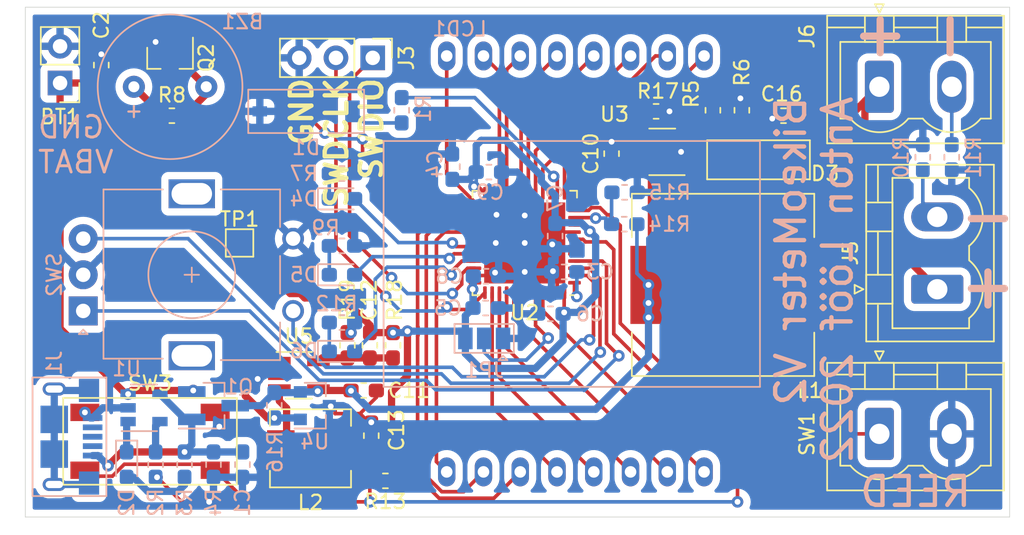
<source format=kicad_pcb>
(kicad_pcb (version 20211014) (generator pcbnew)
  (layers (0 "F.Cu" signal) (31 "B.Cu" signal) (34 "B.Paste" user) (35 "F.Paste" user) (36 "B.SilkS" user "B.Silkscreen") (37 "F.SilkS" user "F.Silkscreen") (38 "B.Mask" user) (39 "F.Mask" user) (44 "Edge.Cuts" user))
  (net 0 "")
  (net 1 "GND")
  (net 2 "vbat")
  (net 3 "Net-(BZ1-Pad2)")
  (net 4 "vcc")
  (net 5 "/vbus")
  (net 6 "/vbat_prot")
  (net 7 "/vcc_fb")
  (net 8 "led_v")
  (net 9 "Net-(D1-Pad1)")
  (net 10 "led0")
  (net 11 "Net-(D4-Pad1)")
  (net 12 "led1")
  (net 13 "Net-(D5-Pad1)")
  (net 14 "led2")
  (net 15 "Net-(D6-Pad1)")
  (net 16 "/swdclk")
  (net 17 "/swdio")
  (net 18 "/vcc_sw")
  (net 19 "lcd_a3")
  (net 20 "lcd_c2")
  (net 21 "lcd_b3")
  (net 22 "lcd_b2")
  (net 23 "lcd_c3")
  (net 24 "lcd_a2")
  (net 25 "lcd_d3")
  (net 26 "lcd_f2")
  (net 27 "lcd_e3")
  (net 28 "lcd_g2")
  (net 29 "lcd_g3")
  (net 30 "lcd_e2")
  (net 31 "lcd_f3")
  (net 32 "lcd_d2")
  (net 33 "lcd_1bc")
  (net 34 "lcd_com")
  (net 35 "beeper")
  (net 36 "photo_in")
  (net 37 "vbat_mon")
  (net 38 "/vcc_en")
  (net 39 "led_en")
  (net 40 "reed_sw")
  (net 41 "encoder_a")
  (net 42 "encoder_b")
  (net 43 "encoder_sw")
  (net 44 "/vled_sw")
  (net 45 "/v_led_fb")
  (net 46 "/led_front")
  (net 47 "/led_back")
  (net 48 "/boot0")
  (net 49 "/nrst")
  (net 50 "unconnected-(J1-Pad6)")
  (net 62 "/vlcd")
  (net 63 "/charge_ledr")
  (net 64 "/charge_stat")
  (net 65 "/charge_prog")
  (footprint "Connector_PinHeader_2.54mm:PinHeader_1x02_P2.54mm_Vertical" (layer "F.Cu") (at 114.4 75.74 180)
    (fp_text reference "BT1")
    (fp_text value "1 cell lipo")
  )
  (footprint "Capacitor_SMD:C_0603_1608Metric_Pad1.05x0.95mm_HandSolder" (layer "F.Cu") (at 117.25 74.5 90)
    (fp_text reference "C2")
    (fp_text value "4u7")
  )
  (footprint "Capacitor_SMD:C_0603_1608Metric_Pad1.05x0.95mm_HandSolder" (layer "F.Cu") (at 152.5 80.625 90)
    (fp_text reference "C10")
    (fp_text value "4u7")
  )
  (footprint "Capacitor_SMD:C_0603_1608Metric_Pad1.05x0.95mm_HandSolder" (layer "F.Cu") (at 135.375 97)
    (fp_text reference "C11")
    (fp_text value "22u")
  )
  (footprint "Capacitor_SMD:C_0603_1608Metric_Pad1.05x0.95mm_HandSolder" (layer "F.Cu") (at 135.8 93.875 -90)
    (fp_text reference "C12")
    (fp_text value "100n")
  )
  (footprint "Capacitor_SMD:C_0603_1608Metric_Pad1.05x0.95mm_HandSolder" (layer "F.Cu") (at 135.9 100.125 90)
    (fp_text reference "C13")
    (fp_text value "22u")
  )
  (footprint "Capacitor_SMD:C_0603_1608Metric_Pad1.05x0.95mm_HandSolder" (layer "F.Cu") (at 164.375 78 180)
    (fp_text reference "C16")
    (fp_text value "10u")
  )
  (footprint "good_things:SOD-106" (layer "F.Cu") (at 162.6 81 180)
    (fp_text reference "D3")
    (fp_text value "RSX301L")
  )
  (footprint "Connector_PinHeader_2.54mm:PinHeader_1x03_P2.54mm_Vertical" (layer "F.Cu") (at 136 74 -90)
    (fp_text reference "J3")
    (fp_text value "swd")
  )
  (footprint "Connector_Phoenix_MSTB:PhoenixContact_MSTBVA_2,5_2-G_1x02_P5.00mm_Vertical" (layer "F.Cu") (at 175 90 90)
    (fp_text reference "J5")
    (fp_text value "led_front")
  )
  (footprint "Connector_Phoenix_MSTB:PhoenixContact_MSTBVA_2,5_2-G_1x02_P5.00mm_Vertical" (layer "F.Cu") (at 171 76)
    (fp_text reference "J6")
    (fp_text value "led_back")
  )
  (footprint "Inductor_SMD:L_Wuerth_WE-PD-Typ-LS" (layer "F.Cu") (at 160.2 89.7)
    (fp_text reference "L1")
    (fp_text value "10u")
  )
  (footprint "Inductor_SMD:L_Sunlord_MWSA0518_5.4x5.2mm" (layer "F.Cu") (at 131.7 101)
    (fp_text reference "L2")
    (fp_text value "1u5")
  )
  (footprint "Package_TO_SOT_SMD:SOT-23" (layer "F.Cu") (at 122 74 -90)
    (fp_text reference "Q2")
    (fp_text value "2N7002")
  )
  (footprint "Resistor_SMD:R_0603_1608Metric_Pad1.05x0.95mm_HandSolder" (layer "F.Cu") (at 159.5 77.625 -90)
    (fp_text reference "R5")
    (fp_text value "330k")
  )
  (footprint "Resistor_SMD:R_0603_1608Metric_Pad1.05x0.95mm_HandSolder" (layer "F.Cu") (at 161.5 77.625 90)
    (fp_text reference "R6")
    (fp_text value "47k")
  )
  (footprint "Resistor_SMD:R_0603_1608Metric_Pad1.05x0.95mm_HandSolder" (layer "F.Cu") (at 122.125 78)
    (fp_text reference "R8")
    (fp_text value "1k")
  )
  (footprint "Resistor_SMD:R_0603_1608Metric_Pad1.05x0.95mm_HandSolder" (layer "F.Cu") (at 136.875 103.25 180)
    (fp_text reference "R13")
    (fp_text value "10k")
  )
  (footprint "Resistor_SMD:R_0603_1608Metric_Pad1.05x0.95mm_HandSolder" (layer "F.Cu") (at 155.575 77.7)
    (fp_text reference "R17")
    (fp_text value "1M")
  )
  (footprint "Resistor_SMD:R_0603_1608Metric_Pad1.05x0.95mm_HandSolder" (layer "F.Cu") (at 137.4 93.875 -90)
    (fp_text reference "R18")
    (fp_text value "330k")
  )
  (footprint "Resistor_SMD:R_0603_1608Metric_Pad1.05x0.95mm_HandSolder" (layer "F.Cu") (at 134.25 93.875 90)
    (fp_text reference "R19")
    (fp_text value "100k")
  )
  (footprint "Connector_Phoenix_MSTB:PhoenixContact_MSTBVA_2,5_2-G_1x02_P5.00mm_Vertical" (layer "F.Cu") (at 171 100)
    (fp_text reference "SW1")
    (fp_text value "SW_Reed")
  )
  (footprint "good_things:push_sw_purple" (layer "F.Cu") (at 120.615 100.515)
    (fp_text reference "SW3")
    (fp_text value "SW_Push")
  )
  (footprint "TestPoint:TestPoint_Pad_1.5x1.5mm" (layer "F.Cu") (at 126.8 86.8)
    (fp_text reference "TP1")
    (fp_text value "vcc")
  )
  (footprint "Package_TO_SOT_SMD:SOT-23-5_HandSoldering" (layer "F.Cu") (at 156 80.5 180)
    (fp_text reference "U3")
    (fp_text value "MIC2288YD5")
  )
  (footprint "Package_TO_SOT_SMD:SOT-23-5_HandSoldering" (layer "F.Cu") (at 130.9 95.95)
    (fp_text reference "U5")
    (fp_text value "RT8097AHGB")
  )
  (footprint "Package_DFN_QFN:QFN-48-1EP_7x7mm_P0.5mm_EP5.6x5.6mm" (layer "F.Cu") (at 146.5 86.8 180)
    (fp_text reference "U2")
    (fp_text value "STM32L063C8U6")
  )
  (footprint "good_things:buzzer_d14_p5" (layer "B.Cu") (at 122 76)
    (fp_text reference "BZ1")
    (fp_text value "PS1440P02BT")
  )
  (footprint "Capacitor_SMD:C_0603_1608Metric_Pad1.05x0.95mm_HandSolder" (layer "B.Cu") (at 127 102.125 -90)
    (fp_text reference "C1")
    (fp_text value "4u7")
  )
  (footprint "Capacitor_SMD:C_0603_1608Metric_Pad1.05x0.95mm_HandSolder" (layer "B.Cu") (at 141.5 81.525 90)
    (fp_text reference "C4")
    (fp_text value "1u")
  )
  (footprint "Capacitor_SMD:C_0603_1608Metric_Pad1.05x0.95mm_HandSolder" (layer "B.Cu") (at 143.8 91.3)
    (fp_text reference "C5")
    (fp_text value "100n")
  )
  (footprint "Capacitor_SMD:C_0603_1608Metric_Pad1.05x0.95mm_HandSolder" (layer "B.Cu") (at 148.275 91.7 180)
    (fp_text reference "C6")
    (fp_text value "100n")
  )
  (footprint "Capacitor_SMD:C_0603_1608Metric_Pad1.05x0.95mm_HandSolder" (layer "B.Cu") (at 148.6 86.325 -90)
    (fp_text reference "C7")
    (fp_text value "100n")
  )
  (footprint "Capacitor_SMD:C_0603_1608Metric_Pad1.05x0.95mm_HandSolder" (layer "B.Cu") (at 144.025 81.9)
    (fp_text reference "C9")
    (fp_text value "100n")
  )
  (footprint "good_things:sfh-2440-l" (layer "B.Cu") (at 131.4 77.7 -90)
    (fp_text reference "D1")
    (fp_text value "SFH 2440 L")
  )
  (footprint "LED_SMD:LED_0603_1608Metric_Pad1.05x0.95mm_HandSolder" (layer "B.Cu") (at 119 102.125 -90)
    (fp_text reference "D2")
    (fp_text value "green")
  )
  (footprint "LED_SMD:LED_0603_1608Metric_Pad1.05x0.95mm_HandSolder" (layer "B.Cu") (at 133.875 83.75)
    (fp_text reference "D4")
    (fp_text value "LED_Small")
  )
  (footprint "LED_SMD:LED_0603_1608Metric_Pad1.05x0.95mm_HandSolder" (layer "B.Cu") (at 133.875 89)
    (fp_text reference "D5")
    (fp_text value "LED_Small")
  )
  (footprint "LED_SMD:LED_0603_1608Metric_Pad1.05x0.95mm_HandSolder" (layer "B.Cu") (at 133.875 94.3)
    (fp_text reference "D6")
    (fp_text value "LED_Small")
  )
  (footprint "good_things:USB_MICRO_10118193-0001LF" (layer "B.Cu") (at 114 100.2 90)
    (fp_text reference "J1")
    (fp_text value "USB_B_Micro")
  )
  (footprint "Jumper:SolderJumper-3_P1.3mm_Open_Pad1.0x1.5mm" (layer "B.Cu") (at 143.7 93.4 180)
    (fp_text reference "JP1")
    (fp_text value "xx")
  )
  (footprint "good_things:LCD-S2X1C50TR" (layer "B.Cu") (at 150 88.25)
    (fp_text reference "LCD1")
    (fp_text value "LCD-S2X1C50TR")
  )
  (footprint "Package_TO_SOT_SMD:SOT-23_Handsoldering" (layer "B.Cu") (at 125 98.05)
    (fp_text reference "Q1")
    (fp_text value "SI2365EDS-T1-GE3")
  )
  (footprint "Resistor_SMD:R_0603_1608Metric_Pad1.05x0.95mm_HandSolder" (layer "B.Cu") (at 138 77.625 -90)
    (fp_text reference "R1")
    (fp_text value "330k")
  )
  (footprint "Resistor_SMD:R_0603_1608Metric_Pad1.05x0.95mm_HandSolder" (layer "B.Cu") (at 121 102.125 -90)
    (fp_text reference "R2")
    (fp_text value "3k")
  )
  (footprint "Resistor_SMD:R_0603_1608Metric_Pad1.05x0.95mm_HandSolder" (layer "B.Cu") (at 123 102.125 -90)
    (fp_text reference "R3")
    (fp_text value "1k")
  )
  (footprint "Resistor_SMD:R_0603_1608Metric_Pad1.05x0.95mm_HandSolder" (layer "B.Cu") (at 125 102.125 -90)
    (fp_text reference "R4")
    (fp_text value "4k7")
  )
  (footprint "Resistor_SMD:R_0603_1608Metric_Pad1.05x0.95mm_HandSolder" (layer "B.Cu") (at 133.875 82)
    (fp_text reference "R7")
    (fp_text value "1k")
  )
  (footprint "Resistor_SMD:R_0603_1608Metric_Pad1.05x0.95mm_HandSolder" (layer "B.Cu") (at 133.875 87)
    (fp_text reference "R9")
    (fp_text value "1k")
  )
  (footprint "Resistor_SMD:R_0603_1608Metric_Pad1.05x0.95mm_HandSolder" (layer "B.Cu") (at 174 80.875 90)
    (fp_text reference "R10")
    (fp_text value "15")
  )
  (footprint "Resistor_SMD:R_0603_1608Metric_Pad1.05x0.95mm_HandSolder" (layer "B.Cu") (at 176 80.875 -90)
    (fp_text reference "R11")
    (fp_text value "20")
  )
  (footprint "Resistor_SMD:R_0603_1608Metric_Pad1.05x0.95mm_HandSolder" (layer "B.Cu") (at 133.875 92.3)
    (fp_text reference "R12")
    (fp_text value "1k")
  )
  (footprint "Resistor_SMD:R_0603_1608Metric_Pad1.05x0.95mm_HandSolder" (layer "B.Cu") (at 153.375 85.5 180)
    (fp_text reference "R14")
    (fp_text value "1M8")
  )
  (footprint "Resistor_SMD:R_0603_1608Metric_Pad1.05x0.95mm_HandSolder" (layer "B.Cu") (at 153.4 83.3)
    (fp_text reference "R15")
    (fp_text value "1M")
  )
  (footprint "Resistor_SMD:R_0603_1608Metric_Pad1.05x0.95mm_HandSolder" (layer "B.Cu") (at 129.2 98.025 -90)
    (fp_text reference "R16")
    (fp_text value "1M8")
  )
  (footprint "Rotary_Encoder:RotaryEncoder_Alps_EC11E_Vertical_H20mm" (layer "B.Cu") (at 116 91.5)
    (fp_text reference "SW2")
    (fp_text value "Rotary_Encoder_Switch")
  )
  (footprint "Package_TO_SOT_SMD:SOT-23-5" (layer "B.Cu") (at 120.2 98.2)
    (fp_text reference "U1")
    (fp_text value "MCP73831-2-OT")
  )
  (footprint "Package_TO_SOT_SMD:SOT-23" (layer "B.Cu") (at 132 98.05)
    (fp_text reference "U4")
    (fp_text value "BD48LxxG")
  )
  (footprint "Capacitor_SMD:C_0603_1608Metric_Pad1.05x0.95mm_HandSolder" (layer "B.Cu") (at 143.825 89.1)
    (fp_text reference "C8")
    (fp_text value "1u")
  )
  (footprint "Capacitor_SMD:C_0603_1608Metric_Pad1.05x0.95mm_HandSolder" (layer "B.Cu") (at 149.225 88.8 180)
    (fp_text reference "C3")
    (fp_text value "1u")
  )
  (gr_line (start 180 105.75) (end 112 105.75) (layer "Edge.Cuts") (width 0.05))
  (gr_line locked (start 112 105.75) (end 112 70.5) (layer "Edge.Cuts") (width 0.05))
  (gr_line (start 180 70.5) (end 180 105.75) (layer "Edge.Cuts") (width 0.05))
  (gr_line locked (start 112 70.5) (end 180 70.5) (layer "Edge.Cuts") (width 0.05))
  (gr_text "+\n-" (at 178.5 87.75 180) (layer "B.SilkS") (effects (font (size 3 3) (thickness 0.5)) (justify mirror)))
  (gr_text "REED" (at 173.5 104) (layer "B.SilkS") (effects (font (size 2 2) (thickness 0.3)) (justify mirror)))
  (gr_text "GND\nVBAT" (at 112.75 80) (layer "B.SilkS") (effects (font (size 1.5 1.5) (thickness 0.2)) (justify right mirror)))
  (gr_text "+\n-" (at 173.25 72.5 90) (layer "B.SilkS") (effects (font (size 3 3) (thickness 0.5)) (justify mirror)))
  (gr_text "BikeoMeter V2\nAnton Lööf 2022" (at 166.5 76.5 90) (layer "B.SilkS") (effects (font (size 2 2) (thickness 0.3)) (justify left mirror)))
  (gr_text "GND\nSWDCLK\nSWDIO" (at 133.5 75.25 90) (layer "F.SilkS") (effects (font (size 1.5 1.5) (thickness 0.3)) (justify right)))
  (segment (start 144.25 89.05) (end 144.45 88.85) (width 0.25) (layer "F.Cu") (net 1))
  (segment (start 143.0625 89.05) (end 144.25 89.05) (width 0.25) (layer "F.Cu") (net 1))
  (segment (start 135.775 99.25) (end 135.125 98.6) (width 0.25) (layer "F.Cu") (net 1))
  (segment (start 133.4 98.4) (end 133.1 98.1) (width 0.25) (layer "F.Cu") (net 1))
  (segment (start 144.55 84.85) (end 146.5 86.8) (width 0.25) (layer "F.Cu") (net 1))
  (segment (start 125.115 98.515) (end 125.115 99.215) (width 0.25) (layer "F.Cu") (net 1))
  (segment (start 144.25 83.3625) (end 144.25 84.55) (width 0.25) (layer "F.Cu") (net 1))
  (segment (start 147.25 86.05) (end 146.5 86.8) (width 0.25) (layer "F.Cu") (net 1))
  (segment (start 144.25 84.55) (end 144.55 84.85) (width 0.25) (layer "F.Cu") (net 1))
  (segment (start 128.301041 95.95) (end 128.05 96.201041) (width 0.25) (layer "F.Cu") (net 1))
  (segment (start 135.125 98.6) (end 133.4 98.6) (width 0.25) (layer "F.Cu") (net 1))
  (segment (start 148.75 90.2375) (end 148.75 89.05) (width 0.25) (layer "F.Cu") (net 1))
  (segment (start 121.1 103) (end 122.8 104.7) (width 0.25) (layer "F.Cu") (net 1))
  (segment (start 133.4 98.6) (end 133.4 98.4) (width 0.25) (layer "F.Cu") (net 1))
  (segment (start 148.75 89.05) (end 148.45 88.75) (width 0.25) (layer "F.Cu") (net 1))
  (segment (start 149.9375 86.05) (end 147.25 86.05) (width 0.25) (layer "F.Cu") (net 1))
  (segment (start 135.9 99.25) (end 135.775 99.25) (width 0.25) (layer "F.Cu") (net 1))
  (segment (start 122.8 104.7) (end 124.7 104.7) (width 0.25) (layer "F.Cu") (net 1))
  (segment (start 125.115 99.215) (end 125.4 99.5) (width 0.25) (layer "F.Cu") (net 1))
  (segment (start 135.125 98.6) (end 136.25 97.475) (width 0.25) (layer "F.Cu") (net 1))
  (segment (start 136.25 97.475) (end 136.25 97) (width 0.25) (layer "F.Cu") (net 1))
  (segment (start 148.45 88.75) (end 146.5 86.8) (width 0.25) (layer "F.Cu") (net 1))
  (segment (start 144.45 88.85) (end 146.5 86.8) (width 0.25) (layer "F.Cu") (net 1))
  (segment (start 129.55 95.95) (end 128.301041 95.95) (width 0.25) (layer "F.Cu") (net 1))
  (via (at 116.115 98.515) (size 0.8) (drill 0.4) (layers "F.Cu" "B.Cu") (net 1))
  (via (at 135.9 99.2) (size 0.8) (drill 0.4) (layers "F.Cu" "B.Cu") (net 1))
  (via (at 148.4 86.9) (size 0.8) (drill 0.4) (layers "F.Cu" "B.Cu") (net 1))
  (via (at 125.4 99.5) (size 0.8) (drill 0.4) (layers "F.Cu" "B.Cu") (net 1))
  (via (at 163.6 78.2) (size 0.8) (drill 0.4) (layers "F.Cu" "B.Cu") (net 1))
  (via (at 121 72.9) (size 0.8) (drill 0.4) (layers "F.Cu" "B.Cu") (net 1))
  (via (at 146.5 86.8) (size 0.8) (drill 0.4) (layers "F.Cu" "B.Cu") (net 1))
  (via (at 117.25 73.75) (size 0.8) (drill 0.4) (layers "F.Cu" "B.Cu") (net 1))
  (via (at 144.5 86.8) (size 0.8) (drill 0.4) (layers "F.Cu" "B.Cu") (net 1))
  (via (at 152.5 79.8) (size 0.8) (drill 0.4) (layers "F.Cu" "B.Cu") (net 1))
  (via (at 121.1 103) (size 0.8) (drill 0.4) (layers "F.Cu" "B.Cu") (net 1))
  (via (at 146.5 84.9) (size 0.8) (drill 0.4) (layers "F.Cu" "B.Cu") (net 1))
  (via (at 128.05 96.201041) (size 0.8) (drill 0.4) (layers "F.Cu" "B.Cu") (net 1))
  (via (at 148.45 88.75) (size 0.8) (drill 0.4) (layers "F.Cu" "B.Cu") (net 1))
  (via (at 156.5 77.7) (size 0.8) (drill 0.4) (layers "F.Cu" "B.Cu") (net 1))
  (via (at 124.7 104.7) (size 0.8) (drill 0.4) (layers "F.Cu" "B.Cu") (net 1))
  (via (at 157.3 80.5) (size 0.8) (drill 0.4) (layers "F.Cu" "B.Cu") (net 1))
  (via (at 146.5 88.8) (size 0.8) (drill 0.4) (layers "F.Cu" "B.Cu") (net 1))
  (via (at 134.5 93) (size 0.8) (drill 0.4) (layers "F.Cu" "B.Cu") (net 1))
  (via (at 133.1 98.1) (size 0.8) (drill 0.4) (layers "F.Cu" "B.Cu") (net 1))
  (via (at 144.55 84.85) (size 0.8) (drill 0.4) (layers "F.Cu" "B.Cu") (net 1))
  (via (at 161.4 76.8) (size 0.8) (drill 0.4) (layers "F.Cu" "B.Cu") (net 1))
  (via (at 144.45 88.85) (size 0.8) (drill 0.4) (layers "F.Cu" "B.Cu") (net 1))
  (segment (start 121 103) (end 121.1 103) (width 0.25) (layer "B.Cu") (net 1))
  (segment (start 116.65 98.9) (end 116.5 98.9) (width 0.5) (layer "B.Cu") (net 1))
  (segment (start 116.65 98.9) (end 117.35 98.2) (width 0.5) (layer "B.Cu") (net 1))
  (segment (start 116.5 98.9) (end 116.115 98.515) (width 0.5) (layer "B.Cu") (net 1))
  (segment (start 117.35 98.2) (end 119.1 98.2) (width 0.5) (layer "B.Cu") (net 1))
  (segment (start 114.4 75.74) (end 116.885 75.74) (width 0.5) (layer "F.Cu") (net 2))
  (segment (start 118.939998 97.25) (end 119.1 97.25) (width 0.5) (layer "F.Cu") (net 2))
  (segment (start 123.6 97) (end 119.35 97) (width 0.5) (layer "F.Cu") (net 2))
  (segment (start 114.4 75.74) (end 114.4 78.975) (width 0.5) (layer "F.Cu") (net 2))
  (segment (start 119.35 97) (end 119.1 97.25) (width 0.5) (layer "F.Cu") (net 2))
  (segment (start 114.4 78.975) (end 114.4 92.710002) (width 0.5) (layer "F.Cu") (net 2))
  (segment (start 116.885 75.74) (end 117.25 75.375) (width 0.5) (layer "F.Cu") (net 2))
  (segment (start 114.4 92.710002) (end 118.939998 97.25) (width 0.5) (layer "F.Cu") (net 2))
  (via (at 119.1 97.25) (size 0.8) (drill 0.4) (layers "F.Cu" "B.Cu") (net 2))
  (via (at 123.6 97) (size 0.8) (drill 0.4) (layers "F.Cu" "B.Cu") (net 2))
  (segment (start 123.5 97.1) (end 123.6 97) (width 0.5) (layer "B.Cu") (net 2))
  (segment (start 124.5 76.5) (end 123 78) (width 0.5) (layer "F.Cu") (net 3))
  (segment (start 122 75) (end 123.5 75) (width 0.5) (layer "F.Cu") (net 3))
  (segment (start 124.5 76) (end 124.5 76.5) (width 0.5) (layer "F.Cu") (net 3))
  (segment (start 123.5 75) (end 124.5 76) (width 0.5) (layer "F.Cu") (net 3))
  (segment (start 150.55 85.55) (end 149.9375 85.55) (width 0.25) (layer "F.Cu") (net 4))
  (segment (start 123.8 80.6) (end 126.1 80.6) (width 0.5) (layer "F.Cu") (net 4))
  (segment (start 143 82.9) (end 143.2875 82.9) (width 0.25) (layer "F.Cu") (net 4))
  (segment (start 137.3 100.45) (end 136.75 101) (width 0.5) (layer "F.Cu") (net 4))
  (segment (start 135.6 101) (end 136.75 101) (width 0.5) (layer "F.Cu") (net 4))
  (segment (start 138.4 96) (end 137.3 97.1) (width 0.5) (layer "F.Cu") (net 4))
  (segment (start 138.4 92.9) (end 138.4 96) (width 0.5) (layer "F.Cu") (net 4))
  (segment (start 135.8 92.475) (end 135.8 93) (width 0.5) (layer "F.Cu") (net 4))
  (segment (start 131.296366 90.6) (end 133.925 90.6) (width 0.5) (layer "F.Cu") (net 4))
  (segment (start 133.75 101) (end 135.6 101) (width 0.5) (layer "F.Cu") (net 4))
  (segment (start 149.2245 91.6) (end 149.2245 90.263) (width 0.25) (layer "F.Cu") (net 4))
  (segment (start 130.300489 90.300489) (end 130.996855 90.300489) (width 0.5) (layer "F.Cu") (net 4))
  (segment (start 136.75 101) (end 136.75 102.25) (width 0.5) (layer "F.Cu") (net 4))
  (segment (start 143.0625 89.55) (end 143.0625 89.5625) (width 0.25) (layer "F.Cu") (net 4))
  (segment (start 121.25 78) (end 121.25 78.05) (width 0.5) (layer "F.Cu") (net 4))
  (segment (start 149.2245 90.263) (end 149.25 90.2375) (width 0.25) (layer "F.Cu") (net 4))
  (segment (start 126.8 86.8) (end 130.300489 90.300489) (width 0.5) (layer "F.Cu") (net 4))
  (segment (start 137.4 93) (end 135.8 93) (width 0.5) (layer "F.Cu") (net 4))
  (segment (start 126.1 80.6) (end 126.8 81.3) (width 0.5) (layer "F.Cu") (net 4))
  (segment (start 126.8 81.3) (end 126.8 86.8) (width 0.5) (layer "F.Cu") (net 4))
  (segment (start 137.3 97.1) (end 137.3 100.45) (width 0.5) (layer "F.Cu") (net 4))
  (segment (start 143.2875 82.9) (end 143.75 83.3625) (width 0.25) (layer "F.Cu") (net 4))
  (segment (start 121.25 77.75) (end 119.5 76) (width 0.5) (layer "F.Cu") (net 4))
  (segment (start 133.925 90.6) (end 135.8 92.475) (width 0.5) (layer "F.Cu") (net 4))
  (segment (start 151 86) (end 150.55 85.55) (width 0.25) (layer "F.Cu") (net 4))
  (segment (start 121.25 78.05) (end 123.8 80.6) (width 0.5) (layer "F.Cu") (net 4))
  (segment (start 143.0625 89.8375) (end 142.9 90) (width 0.25) (layer "F.Cu") (net 4))
  (segment (start 136.75 102.25) (end 137.75 103.25) (width 0.5) (layer "F.Cu") (net 4))
  (segment (start 121.25 78) (end 121.25 77.75) (width 0.5) (layer "F.Cu") (net 4))
  (segment (start 143.0625 89.5625) (end 143.0625 89.8375) (width 0.25) (layer "F.Cu") (net 4))
  (segment (start 130.996855 90.300489) (end 131.296366 90.6) (width 0.5) (layer "F.Cu") (net 4))
  (via (at 149.2245 91.6) (size 0.8) (drill 0.4) (layers "F.Cu" "B.Cu") (net 4))
  (via (at 143 82.9) (size 0.8) (drill 0.4) (layers "F.Cu" "B.Cu") (net 4))
  (via (at 151 86) (size 0.8) (drill 0.4) (layers "F.Cu" "B.Cu") (net 4))
  (via (at 142.9 90) (size 0.8) (drill 0.4) (layers "F.Cu" "B.Cu") (net 4))
  (via (at 138.4 92.9) (size 0.8) (drill 0.4) (layers "F.Cu" "B.Cu") (net 4))
  (via (at 137.4 93) (size 0.8) (drill 0.4) (layers "F.Cu" "B.Cu") (net 4))
  (segment (start 142.8 90.1) (end 142.9 90) (width 0.25) (layer "B.Cu") (net 4))
  (segment (start 143.5 79.7) (end 143.15 80.05) (width 0.5) (layer "B.Cu") (net 4))
  (segment (start 149.15 93.551391) (end 147.226871 95.47452) (width 0.5) (layer "B.Cu") (net 4))
  (segment (start 142.4 94.45) (end 142.4 93.2) (width 0.5) (layer "B.Cu") (net 4))
  (segment (start 145.187506 79.7) (end 143.5 79.7) (width 0.5) (layer "B.Cu") (net 4))
  (segment (start 142.4 93.2) (end 142.4 91.825) (width 0.5) (layer "B.Cu") (net 4))
  (segment (start 149.3 91.6) (end 150.201391 91.6) (width 0.5) (layer "B.Cu") (net 4))
  (segment (start 147.226871 95.47452) (end 143.42452 95.47452) (width 0.5) (layer "B.Cu") (net 4))
  (segment (start 143.15 81.9) (end 143.15 82.75) (width 0.25) (layer "B.Cu") (net 4))
  (segment (start 149.3 91.6) (end 149.15 91.75) (width 0.5) (layer "B.Cu") (net 4))
  (segment (start 141.5 82.4) (end 142.65 82.4) (width 0.5) (layer "B.Cu") (net 4))
  (segment (start 138.4 92.9) (end 138.3 93) (width 0.5) (layer "B.Cu") (net 4))
  (segment (start 150.201391 91.6) (end 151.4 90.401391) (width 0.5) (layer "B.Cu") (net 4))
  (segment (start 143.15 82.75) (end 143 82.9) (width 0.25) (layer "B.Cu") (net 4))
  (segment (start 151.4 86.4) (end 150.45 85.45) (width 0.5) (layer "B.Cu") (net 4))
  (segment (start 142.925 91.3) (end 142.8 91.3) (width 0.25) (layer "B.Cu") (net 4))
  (segment (start 142.4 91.825) (end 142.925 91.3) (width 0.5) (layer "B.Cu") (net 4))
  (segment (start 142.8 91.3) (end 142.8 90.1) (width 0.25) (layer "B.Cu") (net 4))
  (segment (start 151.4 90.401391) (end 151.4 86.4) (width 0.5) (layer "B.Cu") (net 4))
  (segment (start 149.15 91.75) (end 149.15 93.551391) (width 0.5) (layer "B.Cu") (net 4))
  (segment (start 149.3 91.6) (end 149.2245 91.6) (width 0.25) (layer "B.Cu") (net 4))
  (segment (start 148.6 85.45) (end 148.6 83.5) (width 0.5) (layer "B.Cu") (net 4))
  (segment (start 148.149511 83.049511) (end 148.14812 83.049511) (width 0.5) (layer "B.Cu") (net 4))
  (segment (start 142.1 92.9) (end 142.4 93.2) (width 0.5) (layer "B.Cu") (net 4))
  (segment (start 143.15 80.05) (end 143.15 81.9) (width 0.5) (layer "B.Cu") (net 4))
  (segment (start 147.650489 82.162983) (end 145.187506 79.7) (width 0.5) (layer "B.Cu") (net 4))
  (segment (start 147.650489 82.55188) (end 147.650489 82.162983) (width 0.5) (layer "B.Cu") (net 4))
  (segment (start 148.6 83.5) (end 148.149511 83.049511) (width 0.5) (layer "B.Cu") (net 4))
  (segment (start 148.14812 83.049511) (end 147.650489 82.55188) (width 0.5) (layer "B.Cu") (net 4))
  (segment (start 138.4 92.9) (end 142.1 92.9) (width 0.5) (layer "B.Cu") (net 4))
  (segment (start 151 86) (end 150.4 85.4) (width 0.5) (layer "B.Cu") (net 4))
  (segment (start 138.3 93) (end 137.4 93) (width 0.5) (layer "B.Cu") (net 4))
  (segment (start 142.95 89.1) (end 142.95 91.275) (width 0.5) (layer "B.Cu") (net 4))
  (segment (start 142.95 91.275) (end 142.925 91.3) (width 0.5) (layer "B.Cu") (net 4))
  (segment (start 150.4 85.4) (end 148.65 85.4) (width 0.5) (layer "B.Cu") (net 4))
  (segment (start 143.42452 95.47452) (end 142.4 94.45) (width 0.5) (layer "B.Cu") (net 4))
  (segment (start 151 86) (end 150.45 85.45) (width 0.25) (layer "B.Cu") (net 4))
  (segment (start 142.65 82.4) (end 143.15 81.9) (width 0.5) (layer "B.Cu") (net 4))
  (segment (start 117.715002 102.2) (end 118.665002 101.25) (width 0.5) (layer "F.Cu") (net 5))
  (segment (start 118.665002 101.25) (end 123 101.25) (width 0.5) (layer "F.Cu") (net 5))
  (via (at 117.715002 102.2) (size 0.8) (drill 0.4) (layers "F.Cu" "B.Cu") (net 5))
  (via (at 123 101.25) (size 0.8) (drill 0.4) (layers "F.Cu" "B.Cu") (net 5))
  (segment (start 123 101.25) (end 125 101.25) (width 0.5) (layer "B.Cu") (net 5))
  (segment (start 117.015002 101.5) (end 117.715002 102.2) (width 0.5) (layer "B.Cu") (net 5))
  (segment (start 121.3 97.25) (end 123.05 99) (width 0.5) (layer "B.Cu") (net 5))
  (segment (start 123.5 100.75) (end 123 101.25) (width 0.5) (layer "B.Cu") (net 5))
  (segment (start 123.5 99) (end 123.5 100.75) (width 0.5) (layer "B.Cu") (net 5))
  (segment (start 123.05 99) (end 123.5 99) (width 0.5) (layer "B.Cu") (net 5))
  (segment (start 127 101.25) (end 125 101.25) (width 0.5) (layer "B.Cu") (net 5))
  (segment (start 116.65 101.5) (end 117.015002 101.5) (width 0.5) (layer "B.Cu") (net 5))
  (segment (start 132.245288 97) (end 132.195288 97.05) (width 0.5) (layer "F.Cu") (net 6))
  (segment (start 134.5 97) (end 132.245288 97) (width 0.5) (layer "F.Cu") (net 6))
  (segment (start 155.25 82.05) (end 155.25 89.5) (width 0.5) (layer "F.Cu") (net 6))
  (segment (start 134.5 97) (end 134.5 97.02354) (width 0.5) (layer "F.Cu") (net 6))
  (segment (start 154.6 81.5) (end 154.65 81.45) (width 0.5) (layer "F.Cu") (net 6))
  (segment (start 152.5 81.5) (end 154.6 81.5) (width 0.5) (layer "F.Cu") (net 6))
  (segment (start 155.25 89.5) (end 155.05 89.7) (width 0.5) (layer "F.Cu") (net 6))
  (segment (start 154.65 81.45) (end 155.25 82.05) (width 0.5) (layer "F.Cu") (net 6))
  (via (at 155.05 89.7) (size 0.8) (drill 0.4) (layers "F.Cu" "B.Cu") (net 6))
  (via (at 134.5 97.02354) (size 0.8) (drill 0.4) (layers "F.Cu" "B.Cu") (net 6))
  (via (at 155.05 90.95) (size 0.8) (drill 0.4) (layers "F.Cu" "B.Cu") (net 6))
  (via (at 155.05 91.95) (size 0.8) (drill 0.4) (layers "F.Cu" "B.Cu") (net 6))
  (via (at 132.195288 97.05) (size 0.8) (drill 0.4) (layers "F.Cu" "B.Cu") (net 6))
  (segment (start 155.05 90.95) (end 155.05 89.7) (width 0.5) (layer "B.Cu") (net 6))
  (segment (start 155.05 91.95) (end 155.05 90.95) (width 0.5) (layer "B.Cu") (net 6))
  (segment (start 135.77646 98.3) (end 151.4 98.3) (width 0.5) (layer "B.Cu") (net 6))
  (segment (start 151.4 98.3) (end 155.05 94.65) (width 0.5) (layer "B.Cu") (net 6))
  (segment (start 126.5 98.05) (end 128.3 98.05) (width 0.5) (layer "B.Cu") (net 6))
  (segment (start 129.2 97.15) (end 130.95 97.15) (width 0.5) (layer "B.Cu") (net 6))
  (segment (start 130.95 97.15) (end 131 97.1) (width 0.5) (layer "B.Cu") (net 6))
  (segment (start 134.5 97.02354) (end 135.77646 98.3) (width 0.5) (layer "B.Cu") (net 6))
  (segment (start 155.05 94.65) (end 155.05 91.95) (width 0.5) (layer "B.Cu") (net 6))
  (segment (start 154.25 88.9) (end 155.05 89.7) (width 0.25) (layer "B.Cu") (net 6))
  (segment (start 131 97.1) (end 132.145288 97.1) (width 0.5) (layer "B.Cu") (net 6))
  (segment (start 132.145288 97.1) (end 132.195288 97.05) (width 0.5) (layer "B.Cu") (net 6))
  (segment (start 154.25 85.5) (end 154.25 88.9) (width 0.25) (layer "B.Cu") (net 6))
  (segment (start 128.3 98.05) (end 129.2 97.15) (width 0.5) (layer "B.Cu") (net 6))
  (segment (start 132.5 94.75) (end 132.25 95) (width 0.5) (layer "F.Cu") (net 7))
  (segment (start 134.25 94.75) (end 132.5 94.75) (width 0.5) (layer "F.Cu") (net 7))
  (segment (start 137.4 94.75) (end 134.25 94.75) (width 0.5) (layer "F.Cu") (net 7))
  (segment (start 171 76) (end 170 77) (width 0.5) (layer "F.Cu") (net 8))
  (segment (start 160.825 74.9) (end 162.625 74.9) (width 0.5) (layer "F.Cu") (net 8))
  (segment (start 165.25 77.525) (end 165.25 78) (width 0.5) (layer "F.Cu") (net 8))
  (segment (start 159.5 76.75) (end 159.5 76.225) (width 0.5) (layer "F.Cu") (net 8))
  (segment (start 174 89) (end 175 90) (width 0.5) (layer "F.Cu") (net 8))
  (segment (start 159.5 76.225) (end 160.825 74.9) (width 0.5) (layer "F.Cu") (net 8))
  (segment (start 170 77) (end 170 85) (width 0.5) (layer "F.Cu") (net 8))
  (segment (start 165.25 80.45) (end 164.7 81) (width 0.5) (layer "F.Cu") (net 8))
  (segment (start 162.625 74.9) (end 165.25 77.525) (width 0.5) (layer "F.Cu") (net 8))
  (segment (start 170 85) (end 174 89) (width 0.5) (layer "F.Cu") (net 8))
  (segment (start 165.25 78) (end 169 78) (width 0.5) (layer "F.Cu") (net 8))
  (segment (start 165.25 78) (end 165.25 80.45) (width 0.5) (layer "F.Cu") (net 8))
  (segment (start 169 78) (end 171 76) (width 0.5) (layer "F.Cu") (net 8))
  (segment (start 135.45 78.5) (end 134.7 77.75) (width 0.25) (layer "B.Cu") (net 9))
  (segment (start 138 78.5) (end 135.45 78.5) (width 0.25) (layer "B.Cu") (net 9))
  (segment (start 141.75 87.05) (end 143.0625 87.05) (width 0.25) (layer "F.Cu") (net 10))
  (segment (start 141.5 86.8) (end 141.75 87.05) (width 0.25) (layer "F.Cu") (net 10))
  (via (at 141.5 86.8) (size 0.8) (drill 0.4) (layers "F.Cu" "B.Cu") (net 10))
  (segment (start 137.7745 86.7745) (end 134.75 83.75) (width 0.25) (layer "B.Cu") (net 10))
  (segment (start 141.4745 86.7745) (end 137.7745 86.7745) (width 0.25) (layer "B.Cu") (net 10))
  (segment (start 141.5 86.8) (end 141.4745 86.7745) (width 0.25) (layer "B.Cu") (net 10))
  (segment (start 133 83.75) (end 133 82) (width 0.25) (layer "B.Cu") (net 11))
  (segment (start 141.617437 87.55) (end 143.0625 87.55) (width 0.25) (layer "F.Cu") (net 12))
  (segment (start 141.291432 87.876005) (end 141.617437 87.55) (width 0.25) (layer "F.Cu") (net 12))
  (via (at 141.291432 87.876005) (size 0.8) (drill 0.4) (layers "F.Cu" "B.Cu") (net 12))
  (segment (start 141.291432 87.876005) (end 141.164484 87.749057) (width 0.25) (layer "B.Cu") (net 12))
  (segment (start 141.164484 87.749057) (end 136.000943 87.749057) (width 0.25) (layer "B.Cu") (net 12))
  (segment (start 136.000943 87.749057) (end 134.75 89) (width 0.25) (layer "B.Cu") (net 12))
  (segment (start 133 89) (end 133 87) (width 0.25) (layer "B.Cu") (net 13))
  (segment (start 141.424511 89.01541) (end 141.424511 88.78962) (width 0.25) (layer "F.Cu") (net 14))
  (segment (start 142.164131 88.05) (end 143.0625 88.05) (width 0.25) (layer "F.Cu") (net 14))
  (segment (start 141.424511 88.78962) (end 142.164131 88.05) (width 0.25) (layer "F.Cu") (net 14))
  (via (at 141.424511 89.01541) (size 0.8) (drill 0.4) (layers "F.Cu" "B.Cu") (net 14))
  (segment (start 136.175489 90.800103) (end 136.2 90.824614) (width 0.25) (layer "B.Cu") (net 14))
  (segment (start 136.999897 88.475489) (end 136.175489 89.299897) (width 0.25) (layer "B.Cu") (net 14))
  (segment (start 136.2 92.85) (end 134.75 94.3) (width 0.25) (layer "B.Cu") (net 14))
  (segment (start 136.2 90.824614) (end 136.2 92.85) (width 0.25) (layer "B.Cu") (net 14))
  (segment (start 141.424511 89.01541) (end 140.88459 88.475489) (width 0.25) (layer "B.Cu") (net 14))
  (segment (start 136.175489 89.299897) (end 136.175489 90.800103) (width 0.25) (layer "B.Cu") (net 14))
  (segment (start 140.88459 88.475489) (end 136.999897 88.475489) (width 0.25) (layer "B.Cu") (net 14))
  (segment (start 133 94.3) (end 133 92.3) (width 0.25) (layer "B.Cu") (net 15))
  (segment (start 133.46 87.06) (end 133.46 74) (width 0.25) (layer "F.Cu") (net 16))
  (segment (start 142.5875 91.4) (end 143.75 90.2375) (width 0.25) (layer "F.Cu") (net 16))
  (segment (start 141.298217 91.4) (end 142.5875 91.4) (width 0.25) (layer "F.Cu") (net 16))
  (segment (start 136.9 90.5) (end 133.46 87.06) (width 0.25) (layer "F.Cu") (net 16))
  (segment (start 141.1245 91.226283) (end 141.298217 91.4) (width 0.25) (layer "F.Cu") (net 16))
  (via (at 136.9 90.5) (size 0.8) (drill 0.4) (layers "F.Cu" "B.Cu") (net 16))
  (via (at 141.1245 91.226283) (size 0.8) (drill 0.4) (layers "F.Cu" "B.Cu") (net 16))
  (segment (start 141.1245 91.226283) (end 140.850783 91.5) (width 0.25) (layer "B.Cu") (net 16))
  (segment (start 140.850783 91.5) (end 137.9 91.5) (width 0.25) (layer "B.Cu") (net 16))
  (segment (start 137.9 91.5) (end 136.9 90.5) (width 0.25) (layer "B.Cu") (net 16))
  (segment (start 137.3 89.2) (end 134.4 86.3) (width 0.25) (layer "F.Cu") (net 17))
  (segment (start 134.4 75.6) (end 136 74) (width 0.25) (layer "F.Cu") (net 17))
  (segment (start 142.55 88.55) (end 143.0625 88.55) (width 0.25) (layer "F.Cu") (net 17))
  (segment (start 142.149011 88.950989) (end 142.55 88.55) (width 0.25) (layer "F.Cu") (net 17))
  (segment (start 134.4 86.3) (end 134.4 75.6) (width 0.25) (layer "F.Cu") (net 17))
  (segment (start 142.149011 89.650989) (end 142.149011 88.950989) (width 0.25) (layer "F.Cu") (net 17))
  (segment (start 141.5 90.3) (end 142.149011 89.650989) (width 0.25) (layer "F.Cu") (net 17))
  (via (at 141.5 90.3) (size 0.8) (drill 0.4) (layers "F.Cu" "B.Cu") (net 17))
  (via (at 137.3 89.2) (size 0.8) (drill 0.4) (layers "F.Cu" "B.Cu") (net 17))
  (segment (start 138.4 90.3) (end 137.3 89.2) (width 0.25) (layer "B.Cu") (net 17))
  (segment (start 141.5 90.3) (end 138.4 90.3) (width 0.25) (layer "B.Cu") (net 17))
  (segment (start 130.050001 98.225001) (end 130.050001 100.599999) (width 0.5) (layer "F.Cu") (net 18))
  (segment (start 129.55 97.725) (end 130.050001 98.225001) (width 0.5) (layer "F.Cu") (net 18))
  (segment (start 129.55 96.9) (end 129.55 97.725) (width 0.5) (layer "F.Cu") (net 18))
  (segment (start 130.050001 100.599999) (end 129.65 101) (width 0.5) (layer "F.Cu") (net 18))
  (segment (start 156.36 76.4) (end 158.89 73.87) (width 0.25) (layer "F.Cu") (net 19))
  (segment (start 149.25 80.95) (end 153.8 76.4) (width 0.25) (layer "F.Cu") (net 19))
  (segment (start 149.25 83.3625) (end 149.25 80.95) (width 0.25) (layer "F.Cu") (net 19))
  (segment (start 153.8 76.4) (end 156.36 76.4) (width 0.25) (layer "F.Cu") (net 19))
  (segment (start 147.75 90.2375) (end 147.75 91.49) (width 0.25) (layer "F.Cu") (net 20))
  (segment (start 147.75 91.49) (end 158.89 102.63) (width 0.25) (layer "F.Cu") (net 20))
  (segment (start 155.53 73.87) (end 156.35 73.87) (width 0.25) (layer "F.Cu") (net 21))
  (segment (start 147.75 81.65) (end 155.53 73.87) (width 0.25) (layer "F.Cu") (net 21))
  (segment (start 147.75 83.3625) (end 147.75 81.65) (width 0.25) (layer "F.Cu") (net 21))
  (segment (start 145.75 92.03) (end 156.35 102.63) (width 0.25) (layer "F.Cu") (net 22))
  (segment (start 145.75 90.2375) (end 145.75 92.03) (width 0.25) (layer "F.Cu") (net 22))
  (segment (start 147.25 83.3625) (end 147.25 80.43) (width 0.25) (layer "F.Cu") (net 23))
  (segment (start 147.25 80.43) (end 153.81 73.87) (width 0.25) (layer "F.Cu") (net 23))
  (segment (start 145.25 90.2375) (end 145.25 94.07) (width 0.25) (layer "F.Cu") (net 24))
  (segment (start 145.25 94.07) (end 153.81 102.63) (width 0.25) (layer "F.Cu") (net 24))
  (segment (start 146.75 83.3625) (end 146.75 78.39) (width 0.25) (layer "F.Cu") (net 25))
  (segment (start 146.75 78.39) (end 151.27 73.87) (width 0.25) (layer "F.Cu") (net 25))
  (segment (start 144.75 90.2375) (end 144.75 96.11) (width 0.25) (layer "F.Cu") (net 26))
  (segment (start 144.75 96.11) (end 151.27 102.63) (width 0.25) (layer "F.Cu") (net 26))
  (segment (start 146.25 83.3625) (end 146.25 76.35) (width 0.25) (layer "F.Cu") (net 27))
  (segment (start 146.25 76.35) (end 148.73 73.87) (width 0.25) (layer "F.Cu") (net 27))
  (segment (start 144.25 90.2375) (end 144.25 98.15) (width 0.25) (layer "F.Cu") (net 28))
  (segment (start 144.25 98.15) (end 148.73 102.63) (width 0.25) (layer "F.Cu") (net 28))
  (segment (start 145.25 83.3625) (end 145.25 74.81) (width 0.25) (layer "F.Cu") (net 29))
  (segment (start 145.25 74.81) (end 146.19 73.87) (width 0.25) (layer "F.Cu") (net 29))
  (segment (start 143.0625 85.05) (end 140.25 85.05) (width 0.25) (layer "F.Cu") (net 30))
  (segment (start 140.586335 104.44952) (end 144.37048 104.44952) (width 0.25) (layer "F.Cu") (net 30))
  (segment (start 144.37048 104.44952) (end 146.19 102.63) (width 0.25) (layer "F.Cu") (net 30))
  (segment (start 139.124511 92.599897) (end 139.124511 93.200103) (width 0.25) (layer "F.Cu") (net 30))
  (segment (start 139.1 102.963185) (end 140.586335 104.44952) (width 0.25) (layer "F.Cu") (net 30))
  (segment (start 139.1 92.575386) (end 139.124511 92.599897) (width 0.25) (layer "F.Cu") (net 30))
  (segment (start 139.1 86.2) (end 139.1 92.575386) (width 0.25) (layer "F.Cu") (net 30))
  (segment (start 139.1 93.224614) (end 139.1 102.963185) (width 0.25) (layer "F.Cu") (net 30))
  (segment (start 140.25 85.05) (end 139.1 86.2) (width 0.25) (layer "F.Cu") (net 30))
  (segment (start 139.124511 93.200103) (end 139.1 93.224614) (width 0.25) (layer "F.Cu") (net 30))
  (segment (start 144.75 74.97) (end 143.65 73.87) (width 0.25) (layer "F.Cu") (net 31))
  (segment (start 144.75 83.3625) (end 144.75 74.97) (width 0.25) (layer "F.Cu") (net 31))
  (segment (start 142.28 104) (end 143.65 102.63) (width 0.25) (layer "F.Cu") (net 32))
  (segment (start 139.7 102.927468) (end 140.772532 104) (width 0.25) (layer "F.Cu") (net 32))
  (segment (start 140.45 85.55) (end 139.7 86.3) (width 0.25) (layer "F.Cu") (net 32))
  (segment (start 143.0625 85.55) (end 140.45 85.55) (width 0.25) (layer "F.Cu") (net 32))
  (segment (start 139.7 86.3) (end 139.7 102.927468) (width 0.25) (layer "F.Cu") (net 32))
  (segment (start 140.772532 104) (end 142.28 104) (width 0.25) (layer "F.Cu") (net 32))
  (segment (start 143.0625 83.987114) (end 141.11 82.034614) (width 0.25) (layer "F.Cu") (net 33))
  (segment (start 141.11 82.034614) (end 141.11 73.87) (width 0.25) (layer "F.Cu") (net 33))
  (segment (start 143.0625 84.05) (end 143.0625 83.987114) (width 0.25) (layer "F.Cu") (net 33))
  (segment (start 143.0625 86.05) (end 140.95 86.05) (width 0.25) (layer "F.Cu") (net 34))
  (segment (start 140.4 101.92) (end 141.11 102.63) (width 0.25) (layer "F.Cu") (net 34))
  (segment (start 140.95 86.05) (end 140.4 86.6) (width 0.25) (layer "F.Cu") (net 34))
  (segment (start 140.4 86.6) (end 140.4 101.92) (width 0.25) (layer "F.Cu") (net 34))
  (segment (start 135.3 79.6) (end 135.3 80.5755) (width 0.25) (layer "F.Cu") (net 35))
  (segment (start 139.2745 84.55) (end 143.0625 84.55) (width 0.25) (layer "F.Cu") (net 35))
  (segment (start 135.3 80.5755) (end 139.2745 84.55) (width 0.25) (layer "F.Cu") (net 35))
  (segment (start 126.5 73) (end 122.95 73) (width 0.25) (layer "F.Cu") (net 35))
  (segment (start 132.7 79.2) (end 126.5 73) (width 0.25) (layer "F.Cu") (net 35))
  (via (at 132.7 79.2) (size 0.8) (drill 0.4) (layers "F.Cu" "B.Cu") (net 35))
  (via (at 135.3 79.6) (size 0.8) (drill 0.4) (layers "F.Cu" "B.Cu") (net 35))
  (segment (start 133.669816 79.6) (end 133.269816 79.2) (width 0.25) (layer "B.Cu") (net 35))
  (segment (start 133.269816 79.2) (end 132.7 79.2) (width 0.25) (layer "B.Cu") (net 35))
  (segment (start 135.3 79.6) (end 133.669816 79.6) (width 0.25) (layer "B.Cu") (net 35))
  (segment (start 148.75 82.45) (end 148.5 82.2) (width 0.25) (layer "F.Cu") (net 36))
  (segment (start 148.75 83.3625) (end 148.75 82.45) (width 0.25) (layer "F.Cu") (net 36))
  (via (at 148.5 82.2) (size 0.8) (drill 0.4) (layers "F.Cu" "B.Cu") (net 36))
  (segment (start 143.05 76.75) (end 138 76.75) (width 0.25) (layer "B.Cu") (net 36))
  (segment (start 148.5 82.2) (end 143.05 76.75) (width 0.25) (layer "B.Cu") (net 36))
  (segment (start 151.40134 85.084614) (end 151.366726 85.05) (width 0.25) (layer "F.Cu") (net 37))
  (segment (start 151.366726 85.05) (end 149.9375 85.05) (width 0.25) (layer "F.Cu") (net 37))
  (via (at 151.40134 85.084614) (size 0.8) (drill 0.4) (layers "F.Cu" "B.Cu") (net 37))
  (segment (start 151.40134 85.084614) (end 152.084614 85.084614) (width 0.25) (layer "B.Cu") (net 37))
  (segment (start 152.5 83.5) (end 152.5 85.5) (width 0.25) (layer "B.Cu") (net 37))
  (segment (start 152.084614 85.084614) (end 152.5 85.5) (width 0.25) (layer "B.Cu") (net 37))
  (segment (start 127.2 95.8) (end 128 95) (width 0.5) (layer "F.Cu") (net 38))
  (segment (start 128.725 98.9) (end 127.2 97.375) (width 0.5) (layer "F.Cu") (net 38))
  (segment (start 128 95) (end 129.55 95) (width 0.5) (layer "F.Cu") (net 38))
  (segment (start 129.2 98.9) (end 128.725 98.9) (width 0.5) (layer "F.Cu") (net 38))
  (segment (start 127.2 97.375) (end 127.2 95.8) (width 0.5) (layer "F.Cu") (net 38))
  (via (at 129.2 98.9) (size 0.8) (drill 0.4) (layers "F.Cu" "B.Cu") (net 38))
  (segment (start 129.2 98.9) (end 130.9 98.9) (width 0.5) (layer "B.Cu") (net 38))
  (segment (start 130.9 98.9) (end 131 99) (width 0.5) (layer "B.Cu") (net 38))
  (segment (start 154.7 77.7) (end 154.7 79.5) (width 0.25) (layer "F.Cu") (net 39))
  (segment (start 151.1 82.9) (end 151.1 79.830184) (width 0.25) (layer "F.Cu") (net 39))
  (segment (start 149.9375 84.05) (end 149.95 84.05) (width 0.25) (layer "F.Cu") (net 39))
  (segment (start 153.230184 77.7) (end 154.7 77.7) (width 0.25) (layer "F.Cu") (net 39))
  (segment (start 151.1 79.830184) (end 153.230184 77.7) (width 0.25) (layer "F.Cu") (net 39))
  (segment (start 149.95 84.05) (end 151.1 82.9) (width 0.25) (layer "F.Cu") (net 39))
  (segment (start 154.7 79.5) (end 154.65 79.55) (width 0.25) (layer "F.Cu") (net 39))
  (segment (start 150.91134 84.55) (end 151.101237 84.360103) (width 0.25) (layer "F.Cu") (net 40))
  (segment (start 152.2 84.85866) (end 152.35866 84.85866) (width 0.25) (layer "F.Cu") (net 40))
  (segment (start 151.701443 84.360103) (end 152.2 84.85866) (width 0.25) (layer "F.Cu") (net 40))
  (segment (start 160.750978 100) (end 171 100) (width 0.25) (layer "F.Cu") (net 40))
  (segment (start 153.1 92.349022) (end 160.750978 100) (width 0.25) (layer "F.Cu") (net 40))
  (segment (start 153.1 85.6) (end 153.1 92.349022) (width 0.25) (layer "F.Cu") (net 40))
  (segment (start 151.101237 84.360103) (end 151.701443 84.360103) (width 0.25) (layer "F.Cu") (net 40))
  (segment (start 149.9375 84.55) (end 150.91134 84.55) (width 0.25) (layer "F.Cu") (net 40))
  (segment (start 152.35866 84.85866) (end 153.1 85.6) (width 0.25) (layer "F.Cu") (net 40))
  (segment (start 151.85 88.05) (end 149.9375 88.05) (width 0.25) (layer "F.Cu") (net 41))
  (segment (start 152.15048 93.75048) (end 152.15048 88.35048) (width 0.25) (layer "F.Cu") (net 41))
  (segment (start 153 94.6) (end 152.15048 93.75048) (width 0.25) (layer "F.Cu") (net 41))
  (segment (start 152.15048 88.35048) (end 151.85 88.05) (width 0.25) (layer "F.Cu") (net 41))
  (via (at 153 94.6) (size 0.8) (drill 0.4) (layers "F.Cu" "B.Cu") (net 41))
  (segment (start 140.34856 96.94856) (end 139.69904 96.29904) (width 0.25) (layer "B.Cu") (net 41))
  (segment (start 153 94.6) (end 150.8 96.8) (width 0.25) (layer "B.Cu") (net 41))
  (segment (start 127.5 91.5) (end 116 91.5) (width 0.25) (layer "B.Cu") (net 41))
  (segment (start 150.65144 96.94856) (end 140.34856 96.94856) (width 0.25) (layer "B.Cu") (net 41))
  (segment (start 150.8 96.8) (end 150.6 97) (width 0.25) (layer "B.Cu") (net 41))
  (segment (start 139.69904 96.29904) (end 132.29904 96.29904) (width 0.25) (layer "B.Cu") (net 41))
  (segment (start 150.8 96.8) (end 150.65144 96.94856) (width 0.25) (layer "B.Cu") (net 41))
  (segment (start 132.29904 96.29904) (end 127.5 91.5) (width 0.25) (layer "B.Cu") (net 41))
  (segment (start 150.95 88.55) (end 149.9375 88.55) (width 0.25) (layer "F.Cu") (net 42))
  (segment (start 151.721615 94.346214) (end 151.700011 94.32461) (width 0.25) (layer "F.Cu") (net 42))
  (segment (start 151.700011 89.300011) (end 150.95 88.55) (width 0.25) (layer "F.Cu") (net 42))
  (segment (start 151.700011 94.32461) (end 151.700011 89.300011) (width 0.25) (layer "F.Cu") (net 42))
  (via (at 151.721615 94.346214) (size 0.8) (drill 0.4) (layers "F.Cu" "B.Cu") (net 42))
  (segment (start 140.74952 95.84952) (end 132.593987 95.84952) (width 0.25) (layer "B.Cu") (net 42))
  (segment (start 132.593987 95.84952) (end 123.244467 86.5) (width 0.25) (layer "B.Cu") (net 42))
  (segment (start 141.39904 96.49904) (end 140.74952 95.84952) (width 0.25) (layer "B.Cu") (net 42))
  (segment (start 123.244467 86.5) (end 116 86.5) (width 0.25) (layer "B.Cu") (net 42))
  (segment (start 151.721615 94.346214) (end 149.568789 96.49904) (width 0.25) (layer "B.Cu") (net 42))
  (segment (start 149.568789 96.49904) (end 141.39904 96.49904) (width 0.25) (layer "B.Cu") (net 42))
  (segment (start 150.975511 93.5) (end 151.250491 93.22502) (width 0.25) (layer "F.Cu") (net 43))
  (segment (start 151.250491 89.486209) (end 150.814282 89.05) (width 0.25) (layer "F.Cu") (net 43))
  (segment (start 150.814282 89.05) (end 149.9375 89.05) (width 0.25) (layer "F.Cu") (net 43))
  (segment (start 151.250491 93.22502) (end 151.250491 89.486209) (width 0.25) (layer "F.Cu") (net 43))
  (via (at 150.975511 93.5) (size 0.8) (drill 0.4) (layers "F.Cu" "B.Cu") (net 43))
  (segment (start 147.85048 96.04952) (end 142.14952 96.04952) (width 0.25) (layer "B.Cu") (net 43))
  (segment (start 150.975511 93.5) (end 150.4 93.5) (width 0.25) (layer "B.Cu") (net 43))
  (segment (start 142.14952 96.04952) (end 141.5 95.4) (width 0.25) (layer "B.Cu") (net 43))
  (segment (start 132.780184 95.4) (end 130.5 93.119816) (width 0.25) (layer "B.Cu") (net 43))
  (segment (start 130.5 93.119816) (end 130.5 91.5) (width 0.25) (layer "B.Cu") (net 43))
  (segment (start 150.4 93.5) (end 147.85048 96.04952) (width 0.25) (layer "B.Cu") (net 43))
  (segment (start 141.5 95.4) (end 132.780184 95.4) (width 0.25) (layer "B.Cu") (net 43))
  (segment (start 162 81) (end 160.5 81) (width 0.5) (layer "F.Cu") (net 44))
  (segment (start 160.5 81) (end 160.05 81.45) (width 0.5) (layer "F.Cu") (net 44))
  (segment (start 164.95 89.7) (end 164.95 83.95) (width 0.5) (layer "F.Cu") (net 44))
  (segment (start 164.95 83.95) (end 162 81) (width 0.5) (layer "F.Cu") (net 44))
  (segment (start 160.05 81.45) (end 157.35 81.45) (width 0.5) (layer "F.Cu") (net 44))
  (segment (start 158.45 79.55) (end 159.5 78.5) (width 0.5) (layer "F.Cu") (net 45))
  (segment (start 157.35 79.55) (end 158.45 79.55) (width 0.5) (layer "F.Cu") (net 45))
  (segment (start 159.5 78.5) (end 161.5 78.5) (width 0.5) (layer "F.Cu") (net 45))
  (segment (start 174 81.75) (end 174 84) (width 0.25) (layer "B.Cu") (net 46))
  (segment (start 174 84) (end 175 85) (width 0.25) (layer "B.Cu") (net 46))
  (segment (start 176 78.05) (end 176 80) (width 0.25) (layer "B.Cu") (net 47))
  (segment (start 176 76) (end 176 78.05) (width 0.25) (layer "B.Cu") (net 47))
  (segment (start 147.25 92.505402) (end 147.25 90.2375) (width 0.25) (layer "F.Cu") (net 48))
  (segment (start 148.122299 93.377701) (end 147.25 92.505402) (width 0.25) (layer "F.Cu") (net 48))
  (via (at 148.122299 93.377701) (size 0.8) (drill 0.4) (layers "F.Cu" "B.Cu") (net 48))
  (segment (start 143.7 94.35) (end 144.25 94.9) (width 0.25) (layer "B.Cu") (net 48))
  (segment (start 146.6 94.9) (end 148.122299 93.377701) (width 0.25) (layer "B.Cu") (net 48))
  (segment (start 143.7 93.2) (end 143.7 94.35) (width 0.25) (layer "B.Cu") (net 48))
  (segment (start 144.25 94.9) (end 146.6 94.9) (width 0.25) (layer "B.Cu") (net 48))
  (segment (start 118.015105 102.924511) (end 116.524511 102.924511) (width 0.25) (layer "F.Cu") (net 49))
  (segment (start 152.112204 86.724511) (end 152.65048 87.262787) (width 0.25) (layer "F.Cu") (net 49))
  (segment (start 116.524511 102.924511) (end 116.115 102.515) (width 0.25) (layer "F.Cu") (net 49))
  (segment (start 150.699897 86.724511) (end 152.112204 86.724511) (width 0.25) (layer "F.Cu") (net 49))
  (segment (start 152.65048 93.086197) (end 161.2 101.635717) (width 0.25) (layer "F.Cu") (net 49))
  (segment (start 124.7 102.1) (end 118.839616 102.1) (width 0.25) (layer "F.Cu") (net 49))
  (segment (start 127.3 104.7) (end 125.115 102.515) (width 0.25) (layer "F.Cu") (net 49))
  (segment (start 149.9375 86.55) (end 150.525386 86.55) (width 0.25) (layer "F.Cu") (net 49))
  (segment (start 150.525386 86.55) (end 150.699897 86.724511) (width 0.25) (layer "F.Cu") (net 49))
  (segment (start 135.8 104.7) (end 127.3 104.7) (width 0.25) (layer "F.Cu") (net 49))
  (segment (start 135.8 104.7) (end 135.8 103.45) (width 0.25) (layer "F.Cu") (net 49))
  (segment (start 125.115 102.515) (end 124.7 102.1) (width 0.25) (layer "F.Cu") (net 49))
  (segment (start 135.8 103.45) (end 136 103.25) (width 0.25) (layer "F.Cu") (net 49))
  (segment (start 118.839616 102.1) (end 118.015105 102.924511) (width 0.25) (layer "F.Cu") (net 49))
  (segment (start 161.2 101.635717) (end 161.2 104.7) (width 0.25) (layer "F.Cu") (net 49))
  (segment (start 152.65048 87.262787) (end 152.65048 93.086197) (width 0.25) (layer "F.Cu") (net 49))
  (via (at 135.8 104.7) (size 0.8) (drill 0.4) (layers "F.Cu" "B.Cu") (net 49))
  (via (at 161.2 104.7) (size 0.8) (drill 0.4) (layers "F.Cu" "B.Cu") (net 49))
  (segment (start 161.2 104.7) (end 135.8 104.7) (width 0.25) (layer "B.Cu") (net 49))
  (segment (start 114 96.9) (end 114 103.5) (width 0.5) (layer "B.Cu") (net 50))
  (segment (start 116.4 97) (end 114.1 97) (width 0.5) (layer "B.Cu") (net 50))
  (segment (start 114 103.5) (end 116.3 103.5) (width 0.5) (layer "B.Cu") (net 50))
  (segment (start 116.3 103.5) (end 116.4 103.4) (width 0.5) (layer "B.Cu") (net 50))
  (segment (start 114.1 97) (end 114 96.9) (width 0.5) (layer "B.Cu") (net 50))
  (segment (start 149.9375 89.55) (end 149.9375 90.3375) (width 0.25) (layer "F.Cu") (net 62))
  (segment (start 149.9375 90.3375) (end 150.1 90.5) (width 0.25) (layer "F.Cu") (net 62))
  (via (at 150.1 90.5) (size 0.8) (drill 0.4) (layers "F.Cu" "B.Cu") (net 62))
  (segment (start 150.1 90.5) (end 150.1 88.7) (width 0.25) (layer "B.Cu") (net 62))
  (segment (start 122.54999 103.97501) (end 123 103.525) (width 0.5) (layer "B.Cu") (net 63))
  (segment (start 120.45001 103.97501) (end 122.54999 103.97501) (width 0.5) (layer "B.Cu") (net 63))
  (segment (start 119.475 103) (end 120.45001 103.97501) (width 0.5) (layer "B.Cu") (net 63))
  (segment (start 123 103.525) (end 123 103) (width 0.5) (layer "B.Cu") (net 63))
  (segment (start 119 103) (end 119.475 103) (width 0.5) (layer "B.Cu") (net 63))
  (segment (start 119 101.25) (end 119 99.25) (width 0.5) (layer "B.Cu") (net 64))
  (segment (start 119 99.25) (end 119.1 99.15) (width 0.5) (layer "B.Cu") (net 64))
  (segment (start 121 101.25) (end 121 99.45) (width 0.5) (layer "B.Cu") (net 65))
  (segment (start 121 99.45) (end 121.3 99.15) (width 0.5) (layer "B.Cu") (net 65))
  (zone (net 1) (net_name "GND") (layer "B.Cu") (connect_pads (clearance 0.508)) (min_thickness 0.254) (fill yes (thermal_gap 0.508) (thermal_bridge_width 0.508))
    (polygon (pts (xy 181 107) (xy 111 107) (xy 111 70) (xy 181 70)))
  )
)
</source>
